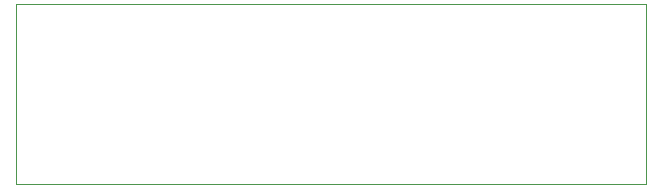
<source format=gbr>
%TF.GenerationSoftware,KiCad,Pcbnew,5.99.0-unknown-acf13a186~104~ubuntu20.04.1*%
%TF.CreationDate,2020-09-23T14:06:43+02:00*%
%TF.ProjectId,matrixctl,6d617472-6978-4637-946c-2e6b69636164,rev?*%
%TF.SameCoordinates,Original*%
%TF.FileFunction,Profile,NP*%
%FSLAX46Y46*%
G04 Gerber Fmt 4.6, Leading zero omitted, Abs format (unit mm)*
G04 Created by KiCad (PCBNEW 5.99.0-unknown-acf13a186~104~ubuntu20.04.1) date 2020-09-23 14:06:43*
%MOMM*%
%LPD*%
G01*
G04 APERTURE LIST*
%TA.AperFunction,Profile*%
%ADD10C,0.050000*%
%TD*%
G04 APERTURE END LIST*
D10*
X96520000Y-104335000D02*
X96520000Y-119575000D01*
X96520000Y-119575000D02*
X149860000Y-119575000D01*
X149860000Y-104335000D02*
X96520000Y-104335000D01*
X149860000Y-119575000D02*
X149860000Y-104335000D01*
M02*

</source>
